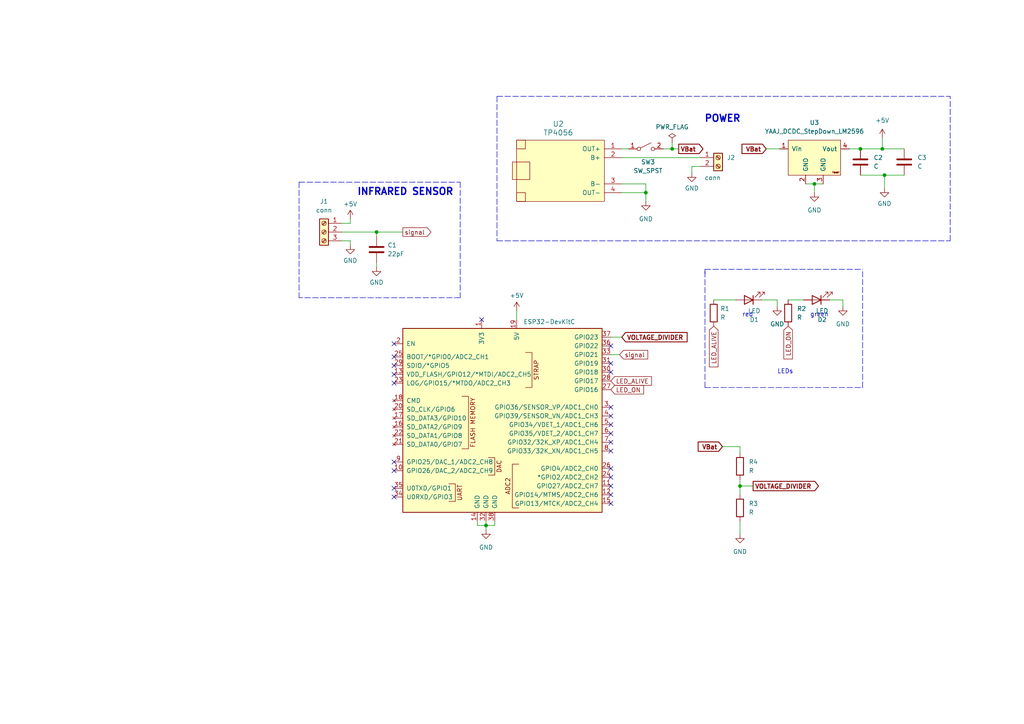
<source format=kicad_sch>
(kicad_sch (version 20230121) (generator eeschema)
  (paper "A4")
  (lib_symbols
    (symbol "Connector:Screw_Terminal_01x02" (pin_names (offset 1.016) hide)
      (property "Reference" "J" (at 0 2.54 0))
      (property "Value" "Screw_Terminal_01x02" (at 0 -5.08 0))
      (symbol "Screw_Terminal_01x02_1_1"
        (rectangle (start -1.27 1.27) (end 1.27 -3.81) (stroke (width 0.254)) (fill (type background)))
        (circle (center 0 -2.54) (radius 0.635) (stroke (width 0.1524)))
        (polyline (pts (xy -0.5334 -2.2098) (xy 0.3302 -3.048)) (stroke (width 0.1524)))
        (polyline (pts (xy -0.5334 0.3302) (xy 0.3302 -0.508)) (stroke (width 0.1524)))
        (polyline (pts (xy -0.3556 -2.032) (xy 0.508 -2.8702)) (stroke (width 0.1524)))
        (polyline (pts (xy -0.3556 0.508) (xy 0.508 -0.3302)) (stroke (width 0.1524)))
        (circle (center 0 0) (radius 0.635) (stroke (width 0.1524)))
        (pin passive line (at -5.08 0 0) (length 3.81) (name "Pin_1") (number "1"))
        (pin passive line (at -5.08 -2.54 0) (length 3.81) (name "Pin_2") (number "2"))
      )
    )
    (symbol "Connector:Screw_Terminal_01x03" (pin_names (offset 1.016) hide)
      (property "Reference" "J" (at 0 5.08 0))
      (property "Value" "Screw_Terminal_01x03" (at 0 -5.08 0))
      (symbol "Screw_Terminal_01x03_1_1"
        (rectangle (start -1.27 3.81) (end 1.27 -3.81) (stroke (width 0.254)) (fill (type background)))
        (circle (center 0 -2.54) (radius 0.635) (stroke (width 0.1524)))
        (polyline (pts (xy -0.5334 -2.2098) (xy 0.3302 -3.048)) (stroke (width 0.1524)))
        (polyline (pts (xy -0.5334 0.3302) (xy 0.3302 -0.508)) (stroke (width 0.1524)))
        (polyline (pts (xy -0.5334 2.8702) (xy 0.3302 2.032)) (stroke (width 0.1524)))
        (polyline (pts (xy -0.3556 -2.032) (xy 0.508 -2.8702)) (stroke (width 0.1524)))
        (polyline (pts (xy -0.3556 0.508) (xy 0.508 -0.3302)) (stroke (width 0.1524)))
        (polyline (pts (xy -0.3556 3.048) (xy 0.508 2.2098)) (stroke (width 0.1524)))
        (circle (center 0 0) (radius 0.635) (stroke (width 0.1524)))
        (circle (center 0 2.54) (radius 0.635) (stroke (width 0.1524)))
        (pin passive line (at -5.08 2.54 0) (length 3.81) (name "Pin_1") (number "1"))
        (pin passive line (at -5.08 0 0) (length 3.81) (name "Pin_2") (number "2"))
        (pin passive line (at -5.08 -2.54 0) (length 3.81) (name "Pin_3") (number "3"))
      )
    )
    (symbol "Device:C" (pin_numbers hide) (pin_names (offset 0.254))
      (property "Reference" "C" (at 0.635 2.54 0))
      (property "Value" "C" (at 0.635 -2.54 0))
      (symbol "C_0_1"
        (polyline (pts (xy -2.032 -0.762) (xy 2.032 -0.762)) (stroke (width 0.508)))
        (polyline (pts (xy -2.032 0.762) (xy 2.032 0.762)) (stroke (width 0.508)))
      )
      (symbol "C_1_1"
        (pin passive line (at 0 3.81 270) (length 2.794) (name "~") (number "1"))
        (pin passive line (at 0 -3.81 90) (length 2.794) (name "~") (number "2"))
      )
    )
    (symbol "Device:LED" (pin_numbers hide) (pin_names (offset 1.016) hide)
      (property "Reference" "D" (at 0 2.54 0))
      (property "Value" "LED" (at 0 -2.54 0))
      (symbol "LED_0_1"
        (polyline (pts (xy -1.27 -1.27) (xy -1.27 1.27)) (stroke (width 0.254)))
        (polyline (pts (xy -1.27 0) (xy 1.27 0)))
        (polyline (pts (xy 1.27 -1.27) (xy 1.27 1.27) (xy -1.27 0) (xy 1.27 -1.27)) (stroke (width 0.254)))
        (polyline (pts (xy -3.048 -0.762) (xy -4.572 -2.286) (xy -3.81 -2.286) (xy -4.572 -2.286) (xy -4.572 -1.524)))
        (polyline (pts (xy -1.778 -0.762) (xy -3.302 -2.286) (xy -2.54 -2.286) (xy -3.302 -2.286) (xy -3.302 -1.524)))
      )
      (symbol "LED_1_1"
        (pin passive line (at -3.81 0 0) (length 2.54) (name "K") (number "1"))
        (pin passive line (at 3.81 0 180) (length 2.54) (name "A") (number "2"))
      )
    )
    (symbol "Device:R" (pin_numbers hide) (pin_names (offset 0))
      (property "Reference" "R" (at 2.032 0 90))
      (property "Value" "R" (at 0 0 90))
      (symbol "R_0_1"
        (rectangle (start -1.016 -2.54) (end 1.016 2.54) (stroke (width 0.254)))
      )
      (symbol "R_1_1"
        (pin passive line (at 0 3.81 270) (length 1.27) (name "~") (number "1"))
        (pin passive line (at 0 -3.81 90) (length 1.27) (name "~") (number "2"))
      )
    )
    (symbol "Espressif:ESP32-DevKitC" (pin_names (offset 1.016))
      (property "Reference" "U" (at -30.48 30.48 0))
      (property "Value" "ESP32-DevKitC" (at -30.48 27.94 0))
      (symbol "ESP32-DevKitC_0_0"
        (text "ADC2" (at 0 -20.32 900) (effects (font (size 1.27 1.27))))
        (text "DAC" (at -2.54 -14.605 900) (effects (font (size 1.27 1.27))))
        (text "FLASH MEMORY" (at -10.16 -1.905 900) (effects (font (size 1.27 1.27))))
        (text "STRAP" (at 8.255 13.335 900) (effects (font (size 1.27 1.27))))
        (text "UART" (at -13.97 -22.225 900) (effects (font (size 1.27 1.27))))
        (pin power_in line (at -8.89 -30.48 90) (length 2.54) (name "GND") (number "14"))
        (pin power_in line (at 2.54 27.94 270) (length 2.54) (name "5V") (number "19"))
      )
      (symbol "ESP32-DevKitC_0_1"
        (rectangle (start -30.48 25.4) (end 27.305 -27.94) (stroke (width 0.254)) (fill (type background)))
        (polyline (pts (xy -17.145 -19.685) (xy -15.24 -19.685) (xy -15.24 -24.765) (xy -17.145 -24.765)))
        (polyline (pts (xy -13.335 5.715) (xy -11.43 5.715) (xy -11.43 -9.525) (xy -13.335 -9.525)))
        (polyline (pts (xy -5.715 -12.065) (xy -3.81 -12.065) (xy -3.81 -17.145) (xy -5.715 -17.145)))
        (polyline (pts (xy 3.175 -13.97) (xy 1.27 -13.97) (xy 1.27 -26.67) (xy 3.175 -26.67)))
        (polyline (pts (xy 5.08 18.415) (xy 6.985 18.415) (xy 6.985 8.255) (xy 5.08 8.255)))
      )
      (symbol "ESP32-DevKitC_1_1"
        (pin power_in line (at -7.62 27.94 270) (length 2.54) (name "3V3") (number "1"))
        (pin bidirectional line (at -33.02 -15.875 0) (length 2.54) (name "GPIO26/DAC_2/ADC2_CH9") (number "10"))
        (pin bidirectional line (at 29.845 -20.32 180) (length 2.54) (name "GPIO27/ADC2_CH7") (number "11"))
        (pin bidirectional line (at 29.845 -22.86 180) (length 2.54) (name "GPIO14/MTMS/ADC2_CH6") (number "12"))
        (pin bidirectional line (at -33.02 12.065 0) (length 2.54) (name "VDD_FLASH/GPIO12/*MTDI/ADC2_CH5") (number "13"))
        (pin bidirectional line (at 29.845 -25.4 180) (length 2.54) (name "GPIO13/MTCK/ADC2_CH4") (number "15"))
        (pin no_connect line (at -33.02 -3.175 0) (length 2.54) (name "SD_DATA2/GPIO9") (number "16"))
        (pin no_connect line (at -33.02 -0.635 0) (length 2.54) (name "SD_DATA3/GPIO10") (number "17"))
        (pin no_connect line (at -33.02 4.445 0) (length 2.54) (name "CMD") (number "18"))
        (pin input line (at -33.02 20.955 0) (length 2.54) (name "EN") (number "2"))
        (pin no_connect line (at -33.02 1.905 0) (length 2.54) (name "SD_CLK/GPIO6") (number "20"))
        (pin no_connect line (at -33.02 -8.255 0) (length 2.54) (name "SD_DATA0/GPIO7") (number "21"))
        (pin no_connect line (at -33.02 -5.715 0) (length 2.54) (name "SD_DATA1/GPIO8") (number "22"))
        (pin bidirectional line (at -33.02 9.525 0) (length 2.54) (name "LOG/GPIO15/*MTDO/ADC2_CH3") (number "23"))
        (pin bidirectional line (at 29.845 -17.78 180) (length 2.54) (name "*GPIO2/ADC2_CH2") (number "24"))
        (pin bidirectional line (at -33.02 17.145 0) (length 2.54) (name "BOOT/*GPIO0/ADC2_CH1") (number "25"))
        (pin bidirectional line (at 29.845 -15.24 180) (length 2.54) (name "GPIO4/ADC2_CH0") (number "26"))
        (pin bidirectional line (at 29.845 7.62 180) (length 2.54) (name "GPIO16") (number "27"))
        (pin bidirectional line (at 29.845 10.16 180) (length 2.54) (name "GPIO17") (number "28"))
        (pin bidirectional line (at -33.02 14.605 0) (length 2.54) (name "SDIO/*GPIO5") (number "29"))
        (pin input line (at 29.845 2.54 180) (length 2.54) (name "GPIO36/SENSOR_VP/ADC1_CH0") (number "3"))
        (pin bidirectional line (at 29.845 12.7 180) (length 2.54) (name "GPIO18") (number "30"))
        (pin bidirectional line (at 29.845 15.24 180) (length 2.54) (name "GPIO19") (number "31"))
        (pin power_in line (at -6.35 -30.48 90) (length 2.54) (name "GND") (number "32"))
        (pin bidirectional line (at 29.845 17.78 180) (length 2.54) (name "GPIO21") (number "33"))
        (pin bidirectional line (at -33.02 -23.495 0) (length 2.54) (name "U0RXD/GPIO3") (number "34"))
        (pin bidirectional line (at -33.02 -20.955 0) (length 2.54) (name "U0TXD/GPIO1") (number "35"))
        (pin bidirectional line (at 29.845 20.32 180) (length 2.54) (name "GPIO22") (number "36"))
        (pin bidirectional line (at 29.845 22.86 180) (length 2.54) (name "GPIO23") (number "37"))
        (pin power_in line (at -3.81 -30.48 90) (length 2.54) (name "GND") (number "38"))
        (pin input line (at 29.845 0 180) (length 2.54) (name "GPIO39/SENSOR_VN/ADC1_CH3") (number "4"))
        (pin input line (at 29.845 -2.54 180) (length 2.54) (name "GPIO34/VDET_1/ADC1_CH6") (number "5"))
        (pin input line (at 29.845 -5.08 180) (length 2.54) (name "GPIO35/VDET_2/ADC1_CH7") (number "6"))
        (pin bidirectional line (at 29.845 -7.62 180) (length 2.54) (name "GPIO32/32K_XP/ADC1_CH4") (number "7"))
        (pin bidirectional line (at 29.845 -10.16 180) (length 2.54) (name "GPIO33/32K_XN/ADC1_CH5") (number "8"))
        (pin bidirectional line (at -33.02 -13.335 0) (length 2.54) (name "GPIO25/DAC_1/ADC2_CH8") (number "9"))
      )
    )
    (symbol "StepDown_LM2596:YAAJ_DCDC_StepDown_LM2596" (pin_names (offset 1.016))
      (property "Reference" "U" (at -5.08 6.35 0))
      (property "Value" "YAAJ_DCDC_StepDown_LM2596" (at 0 11.43 0))
      (symbol "YAAJ_DCDC_StepDown_LM2596_0_1"
        (rectangle (start -7.62 5.08) (end 7.62 -5.08) (fill (type background)))
      )
      (symbol "YAAJ_DCDC_StepDown_LM2596_1_1"
        (text "Y@@V" (at 6.1976 -4.2672 0) (effects (font (size 0.508 0.508))))
        (pin power_in line (at -10.16 2.54 0) (length 2.54) (name "Vin") (number "1"))
        (pin power_in line (at -2.54 -7.62 90) (length 2.54) (name "GND") (number "2"))
        (pin power_in line (at 2.54 -7.62 90) (length 2.54) (name "GND") (number "3"))
        (pin power_out line (at 10.16 2.54 180) (length 2.54) (name "Vout") (number "4"))
      )
    )
    (symbol "Switch:SW_SPST" (pin_names (offset 0) hide)
      (property "Reference" "SW" (at 0 3.175 0))
      (property "Value" "SW_SPST" (at 0 -2.54 0))
      (symbol "SW_SPST_0_0"
        (circle (center -2.032 0) (radius 0.508))
        (polyline (pts (xy -1.524 0.254) (xy 1.524 1.778)))
        (circle (center 2.032 0) (radius 0.508))
      )
      (symbol "SW_SPST_1_1"
        (pin passive line (at -5.08 0 0) (length 2.54) (name "A") (number "1"))
        (pin passive line (at 5.08 0 180) (length 2.54) (name "B") (number "2"))
      )
    )
    (symbol "TP4056:TP4056" (pin_names (offset 1.016))
      (property "Reference" "U" (at -1.27 -7.62 0))
      (property "Value" "TP4056" (at -1.27 -3.81 0))
      (symbol "TP4056_0_1"
        (rectangle (start -10.795 -12.065) (end -13.335 -14.605))
        (rectangle (start -10.795 3.175) (end -13.335 0.635))
        (rectangle (start -9.525 -3.175) (end -14.605 -8.255) (fill (type background)))
        (rectangle (start 12.065 3.175) (end -13.335 -14.605) (fill (type background)))
      )
      (symbol "TP4056_1_1"
        (pin power_out line (at 17.145 0.635 180) (length 5.08) (name "OUT+") (number "1"))
        (pin bidirectional line (at 17.145 -1.905 180) (length 5.08) (name "B+") (number "2"))
        (pin bidirectional line (at 17.145 -9.525 180) (length 5.08) (name "B-") (number "3"))
        (pin power_out line (at 17.145 -12.065 180) (length 5.08) (name "OUT-") (number "4"))
      )
    )
    (symbol "power:+5V" (power) (pin_names (offset 0))
      (property "Value" "+5V" (at 0 3.556 0))
      (symbol "+5V_0_1"
        (polyline (pts (xy -0.762 1.27) (xy 0 2.54)))
        (polyline (pts (xy 0 0) (xy 0 2.54)))
        (polyline (pts (xy 0 2.54) (xy 0.762 1.27)))
      )
      (symbol "+5V_1_1"
        (pin power_in line (at 0 0 90) (length 0) hide (name "+5V") (number "1"))
      )
    )
    (symbol "power:GND" (power) (pin_names (offset 0))
      (property "Value" "GND" (at 0 -3.81 0))
      (symbol "GND_0_1"
        (polyline (pts (xy 0 0) (xy 0 -1.27) (xy 1.27 -1.27) (xy 0 -2.54) (xy -1.27 -1.27) (xy 0 -1.27)))
      )
      (symbol "GND_1_1"
        (pin power_in line (at 0 0 270) (length 0) hide (name "GND") (number "1"))
      )
    )
    (symbol "power:PWR_FLAG" (power) (pin_numbers hide) (pin_names (offset 0) hide)
      (property "Value" "PWR_FLAG" (at 0 3.81 0))
      (symbol "PWR_FLAG_0_0"
        (pin power_out line (at 0 0 90) (length 0) (name "pwr") (number "1"))
      )
      (symbol "PWR_FLAG_0_1"
        (polyline (pts (xy 0 0) (xy 0 1.27) (xy -1.016 1.905) (xy 0 2.54) (xy 1.016 1.905) (xy 0 1.27)))
      )
    )
  )
  (junction (at 214.63 140.97))
  (junction (at 109.22 67.31))
  (junction (at 187.325 55.88))
  (junction (at 140.97 152.4))
  (junction (at 236.22 53.34))
  (junction (at 256.54 50.8))
  (junction (at 249.555 43.18))
  (junction (at 255.905 43.18))
  (junction (at 194.945 43.18))
  (no_connect (at 177.165 140.97))
  (no_connect (at 177.165 100.33))
  (no_connect (at 114.3 141.605))
  (no_connect (at 114.3 144.145))
  (no_connect (at 114.3 108.585))
  (no_connect (at 177.165 105.41))
  (no_connect (at 177.165 138.43))
  (no_connect (at 177.165 143.51))
  (no_connect (at 114.3 103.505))
  (no_connect (at 177.165 128.27))
  (no_connect (at 177.165 118.11))
  (no_connect (at 177.165 120.65))
  (no_connect (at 114.3 111.125))
  (no_connect (at 177.165 123.19))
  (no_connect (at 177.165 125.73))
  (no_connect (at 114.3 136.525))
  (no_connect (at 114.3 99.695))
  (no_connect (at 139.7 92.71))
  (no_connect (at 177.165 107.95))
  (no_connect (at 114.3 106.045))
  (no_connect (at 177.165 130.81))
  (no_connect (at 114.3 133.985))
  (no_connect (at 177.165 135.89))
  (no_connect (at 177.165 146.05))
  (wire (pts (xy 240.665 86.995) (xy 244.475 86.995)))
  (polyline (pts (xy 86.741 52.832) (xy 86.741 86.36)) (stroke (width 0) (type dash)))
  (wire (pts (xy 244.475 86.995) (xy 244.475 88.9)))
  (wire (pts (xy 228.6 86.995) (xy 233.045 86.995)))
  (wire (pts (xy 180.34 43.18) (xy 182.245 43.18)))
  (wire (pts (xy 101.6 69.85) (xy 99.06 69.85)))
  (polyline (pts (xy 144.145 69.85) (xy 275.59 69.85)) (stroke (width 0) (type dash)))
  (wire (pts (xy 177.165 102.87) (xy 179.705 102.87)))
  (polyline (pts (xy 86.741 52.832) (xy 133.477 52.832)) (stroke (width 0) (type dash)))
  (wire (pts (xy 101.6 64.77) (xy 99.06 64.77)))
  (polyline (pts (xy 133.477 52.832) (xy 133.477 86.36)) (stroke (width 0) (type dash)))
  (wire (pts (xy 236.22 53.34) (xy 238.76 53.34)))
  (wire (pts (xy 140.97 152.4) (xy 143.51 152.4)))
  (polyline (pts (xy 204.47 78.74) (xy 204.47 112.395)) (stroke (width 0) (type dash)))
  (wire (pts (xy 194.945 43.18) (xy 196.85 43.18)))
  (wire (pts (xy 214.63 140.97) (xy 214.63 143.51)))
  (wire (pts (xy 249.555 43.18) (xy 255.905 43.18)))
  (wire (pts (xy 256.54 50.8) (xy 256.54 54.61)))
  (wire (pts (xy 200.66 50.165) (xy 200.66 48.26)))
  (wire (pts (xy 255.905 40.005) (xy 255.905 43.18)))
  (wire (pts (xy 209.55 129.54) (xy 214.63 129.54)))
  (wire (pts (xy 109.22 67.31) (xy 116.84 67.31)))
  (wire (pts (xy 214.63 151.13) (xy 214.63 154.94)))
  (wire (pts (xy 194.945 41.275) (xy 194.945 43.18)))
  (wire (pts (xy 109.22 76.2) (xy 109.22 77.47)))
  (wire (pts (xy 101.6 71.12) (xy 101.6 69.85)))
  (wire (pts (xy 214.63 139.065) (xy 214.63 140.97)))
  (polyline (pts (xy 204.47 78.105) (xy 250.19 78.105)) (stroke (width 0) (type dash)))
  (wire (pts (xy 180.34 55.88) (xy 187.325 55.88)))
  (wire (pts (xy 101.6 63.5) (xy 101.6 64.77)))
  (wire (pts (xy 236.22 53.34) (xy 236.22 55.88)))
  (wire (pts (xy 140.97 152.4) (xy 140.97 151.13)))
  (polyline (pts (xy 204.47 78.105) (xy 204.47 79.375)) (stroke (width 0) (type dash)))
  (wire (pts (xy 143.51 152.4) (xy 143.51 151.13)))
  (wire (pts (xy 180.34 45.72) (xy 203.2 45.72)))
  (polyline (pts (xy 250.19 112.395) (xy 250.19 78.105)) (stroke (width 0) (type dash)))
  (wire (pts (xy 109.22 68.58) (xy 109.22 67.31)))
  (wire (pts (xy 140.97 152.4) (xy 140.97 153.67)))
  (wire (pts (xy 177.165 97.79) (xy 180.34 97.79)))
  (wire (pts (xy 138.43 152.4) (xy 140.97 152.4)))
  (wire (pts (xy 255.905 43.18) (xy 262.255 43.18)))
  (polyline (pts (xy 144.145 27.94) (xy 144.145 69.85)) (stroke (width 0) (type dash)))
  (wire (pts (xy 200.66 48.26) (xy 203.2 48.26)))
  (wire (pts (xy 149.86 90.17) (xy 149.86 92.71)))
  (wire (pts (xy 187.325 53.34) (xy 187.325 55.88)))
  (wire (pts (xy 246.38 43.18) (xy 249.555 43.18)))
  (wire (pts (xy 225.425 86.995) (xy 225.425 88.9)))
  (wire (pts (xy 222.25 43.18) (xy 226.06 43.18)))
  (wire (pts (xy 256.54 50.8) (xy 262.255 50.8)))
  (wire (pts (xy 220.98 86.995) (xy 225.425 86.995)))
  (polyline (pts (xy 204.47 112.395) (xy 250.19 112.395)) (stroke (width 0) (type dash)))
  (wire (pts (xy 138.43 151.13) (xy 138.43 152.4)))
  (wire (pts (xy 187.325 55.88) (xy 187.325 58.42)))
  (polyline (pts (xy 275.59 69.85) (xy 275.59 27.94)) (stroke (width 0) (type dash)))
  (wire (pts (xy 214.63 129.54) (xy 214.63 131.445)))
  (wire (pts (xy 187.325 53.34) (xy 180.34 53.34)))
  (wire (pts (xy 109.22 67.31) (xy 99.06 67.31)))
  (polyline (pts (xy 133.477 86.36) (xy 86.741 86.36)) (stroke (width 0) (type dash)))
  (wire (pts (xy 192.405 43.18) (xy 194.945 43.18)))
  (wire (pts (xy 249.555 50.8) (xy 256.54 50.8)))
  (polyline (pts (xy 144.145 27.94) (xy 275.59 27.94)) (stroke (width 0) (type dash)))
  (wire (pts (xy 233.68 53.34) (xy 236.22 53.34)))
  (wire (pts (xy 207.01 86.995) (xy 213.36 86.995)))
  (wire (pts (xy 214.63 140.97) (xy 218.44 140.97)))
  (text "INFRARED SENSOR" (at 103.505 56.896 0) (effects (font (size 2 2) (thickness 0.4) bold) (justify left bottom)))
  (text "LEDs" (at 225.425 108.585 0) (effects (font (size 1.27 1.27)) (justify left bottom)))
  (text "red\n" (at 215.265 92.075 0) (effects (font (size 1.27 1.27)) (justify left bottom)))
  (text "POWER" (at 204.216 35.687 0) (effects (font (size 2 2) (thickness 0.4) bold) (justify left bottom)))
  (text "green" (at 234.95 92.075 0) (effects (font (size 1.27 1.27)) (justify left bottom)))
  (global_label "signal" (shape input) (at 179.705 102.87 0) (property "Intersheetrefs" "${INTERSHEET_REFS}" (effects hide)))
  (global_label "VBat" (shape input) (at 209.55 129.54 180) (effects (font bold)) (property "Intersheetrefs" "${INTERSHEET_REFS}" (effects hide)))
  (global_label "VBat" (shape input) (at 222.25 43.18 180) (effects (font bold)) (property "Intersheetrefs" "${INTERSHEET_REFS}" (effects hide)))
  (global_label "VBat" (shape output) (at 196.85 43.18 0) (effects (font bold)) (property "Intersheetrefs" "${INTERSHEET_REFS}" (effects hide)))
  (global_label "VOLTAGE_DIVIDER" (shape input) (at 180.34 97.79 0) (effects (font bold)) (property "Intersheetrefs" "${INTERSHEET_REFS}" (effects hide)))
  (global_label "LED_ON" (shape input) (at 228.6 94.615 270) (property "Intersheetrefs" "${INTERSHEET_REFS}" (effects hide)))
  (global_label "signal" (shape output) (at 116.84 67.31 0) (property "Intersheetrefs" "${INTERSHEET_REFS}" (effects hide)))
  (global_label "LED_ON" (shape input) (at 177.165 113.03 0) (property "Intersheetrefs" "${INTERSHEET_REFS}" (effects hide)))
  (global_label "LED_ALIVE" (shape input) (at 177.165 110.49 0) (property "Intersheetrefs" "${INTERSHEET_REFS}" (effects hide)))
  (global_label "VOLTAGE_DIVIDER" (shape output) (at 218.44 140.97 0) (effects (font bold)) (property "Intersheetrefs" "${INTERSHEET_REFS}" (effects hide)))
  (global_label "LED_ALIVE" (shape input) (at 207.01 94.615 270) (property "Intersheetrefs" "${INTERSHEET_REFS}" (effects hide)))
  (symbol (lib_id "power:GND") (at 244.475 88.9 0) (mirror y) (unit 1)
    (property "Reference" "#PWR09" (effects hide))
    (property "Value" "GND" (at 244.475 93.98 0))
  )
  (symbol (lib_id "power:GND") (at 109.22 77.47 0) (unit 1)
    (property "Reference" "#PWR03" (effects hide))
    (property "Value" "GND" (at 109.22 81.915 0))
  )
  (symbol (lib_id "Device:C") (at 249.555 46.99 0) (unit 1)
    (property "Reference" "C2" (at 253.365 45.72 0) (effects (justify left)))
    (property "Value" "C" (at 253.365 48.26 0) (effects (justify left)))
    (property "Footprint" "Capacitor_THT:C_Disc_D3.0mm_W1.6mm_P2.50mm" (effects hide))
  )
  (symbol (lib_id "power:+5V") (at 149.86 90.17 0) (unit 1)
    (property "Reference" "#PWR010" (effects hide))
    (property "Value" "+5V" (at 149.86 85.725 0))
  )
  (symbol (lib_id "power:GND") (at 101.6 71.12 0) (mirror y) (unit 1)
    (property "Reference" "#PWR02" (effects hide))
    (property "Value" "GND" (at 101.6 75.565 0))
  )
  (symbol (lib_id "Device:R") (at 214.63 135.255 180) (unit 1)
    (property "Reference" "R4" (at 217.17 133.985 0) (effects (justify right)))
    (property "Value" "R" (at 217.17 136.525 0) (effects (justify right)))
    (property "Footprint" "Resistor_THT:R_Axial_DIN0207_L6.3mm_D2.5mm_P10.16mm_Horizontal" (effects hide))
  )
  (symbol (lib_id "Device:LED") (at 236.855 86.995 180) (unit 1)
    (property "Reference" "D2" (at 238.4425 92.71 0))
    (property "Value" "LED" (at 238.4425 90.17 0))
    (property "Footprint" "LED_THT:LED_D3.0mm" (effects hide))
  )
  (symbol (lib_id "Connector:Screw_Terminal_01x03") (at 93.98 67.31 0) (mirror y) (unit 1)
    (property "Reference" "J1" (at 93.98 58.42 0))
    (property "Value" "conn" (at 93.98 60.96 0))
    (property "Footprint" "TerminalBlock:TerminalBlock_bornier-3_P5.08mm" (effects hide))
  )
  (symbol (lib_id "Device:C") (at 109.22 72.39 0) (unit 1)
    (property "Reference" "C1" (at 112.395 71.12 0) (effects (justify left)))
    (property "Value" "22pF" (at 112.395 73.66 0) (effects (justify left)))
    (property "Footprint" "Capacitor_THT:C_Disc_D3.0mm_W1.6mm_P2.50mm" (effects hide))
  )
  (symbol (lib_id "StepDown_LM2596:YAAJ_DCDC_StepDown_LM2596") (at 236.22 45.72 0) (unit 1)
    (property "Reference" "U3" (at 236.22 35.56 0))
    (property "Value" "YAAJ_DCDC_StepDown_LM2596" (at 236.22 38.1 0))
    (property "Footprint" "StepDown:StepDown_LM2596" (effects hide))
  )
  (symbol (lib_id "Switch:SW_SPST") (at 187.325 43.18 0) (unit 1)
    (property "Reference" "SW3" (at 187.96 46.99 0))
    (property "Value" "SW_SPST" (at 187.96 49.53 0))
    (property "Footprint" "TerminalBlock:TerminalBlock_bornier-2_P5.08mm" (effects hide))
  )
  (symbol (lib_id "Device:R") (at 214.63 147.32 180) (unit 1)
    (property "Reference" "R3" (at 217.17 146.05 0) (effects (justify right)))
    (property "Value" "R" (at 217.17 148.59 0) (effects (justify right)))
    (property "Footprint" "Resistor_THT:R_Axial_DIN0207_L6.3mm_D2.5mm_P10.16mm_Horizontal" (effects hide))
  )
  (symbol (lib_id "power:+5V") (at 101.6 63.5 0) (unit 1)
    (property "Reference" "#PWR01" (effects hide))
    (property "Value" "+5V" (at 101.6 59.182 0))
  )
  (symbol (lib_id "power:GND") (at 187.325 58.42 0) (unit 1)
    (property "Reference" "#PWR06" (effects hide))
    (property "Value" "GND" (at 187.325 63.5 0))
  )
  (symbol (lib_id "power:GND") (at 140.97 153.67 0) (unit 1)
    (property "Reference" "#PWR07" (effects hide))
    (property "Value" "GND" (at 140.97 158.75 0))
  )
  (symbol (lib_id "power:GND") (at 200.66 50.165 0) (mirror y) (unit 1)
    (property "Reference" "#PWR04" (effects hide))
    (property "Value" "GND" (at 200.66 54.61 0))
  )
  (symbol (lib_id "Device:LED") (at 217.17 86.995 180) (unit 1)
    (property "Reference" "D1" (at 218.7575 92.71 0))
    (property "Value" "LED" (at 218.7575 90.17 0))
    (property "Footprint" "LED_THT:LED_D3.0mm" (effects hide))
  )
  (symbol (lib_id "Device:R") (at 207.01 90.805 0) (unit 1)
    (property "Reference" "R1" (at 208.915 89.535 0) (effects (justify left)))
    (property "Value" "R" (at 208.915 92.075 0) (effects (justify left)))
    (property "Footprint" "Resistor_THT:R_Axial_DIN0207_L6.3mm_D2.5mm_P10.16mm_Horizontal" (effects hide))
  )
  (symbol (lib_id "Device:C") (at 262.255 46.99 0) (unit 1)
    (property "Reference" "C3" (at 266.065 45.72 0) (effects (justify left)))
    (property "Value" "C" (at 266.065 48.26 0) (effects (justify left)))
    (property "Footprint" "Capacitor_THT:C_Disc_D3.0mm_W1.6mm_P2.50mm" (effects hide))
  )
  (symbol (lib_id "TP4056:TP4056") (at 163.195 43.815 0) (unit 1)
    (property "Reference" "U2" (at 161.925 35.941 0) (effects (font (size 1.524 1.524))))
    (property "Value" "TP4056" (at 161.925 38.481 0) (effects (font (size 1.524 1.524))))
    (property "Footprint" "Battery_charger:TP4056" (effects hide))
  )
  (symbol (lib_id "power:GND") (at 225.425 88.9 0) (unit 1)
    (property "Reference" "#PWR08" (effects hide))
    (property "Value" "GND" (at 225.425 93.98 0))
  )
  (symbol (lib_id "power:PWR_FLAG") (at 194.945 41.275 0) (unit 1)
    (property "Reference" "#FLG01" (effects hide))
    (property "Value" "PWR_FLAG" (at 194.945 36.83 0))
  )
  (symbol (lib_id "power:GND") (at 214.63 154.94 0) (unit 1)
    (property "Reference" "#PWR011" (effects hide))
    (property "Value" "GND" (at 214.63 160.02 0))
  )
  (symbol (lib_id "Connector:Screw_Terminal_01x02") (at 208.28 45.72 0) (unit 1)
    (property "Reference" "J2" (at 210.82 45.72 0) (effects (justify left)))
    (property "Value" "conn" (at 204.343 51.562 0) (effects (justify left)))
    (property "Footprint" "TerminalBlock:TerminalBlock_bornier-2_P5.08mm" (effects hide))
  )
  (symbol (lib_id "Device:R") (at 228.6 90.805 0) (unit 1)
    (property "Reference" "R2" (at 231.14 89.535 0) (effects (justify left)))
    (property "Value" "R" (at 231.14 92.075 0) (effects (justify left)))
    (property "Footprint" "Resistor_THT:R_Axial_DIN0207_L6.3mm_D2.5mm_P10.16mm_Horizontal" (effects hide))
  )
  (symbol (lib_id "power:GND") (at 256.54 54.61 0) (unit 1)
    (property "Reference" "#PWR013" (effects hide))
    (property "Value" "GND" (at 256.54 59.055 0))
  )
  (symbol (lib_id "power:GND") (at 236.22 55.88 0) (unit 1)
    (property "Reference" "#PWR012" (effects hide))
    (property "Value" "GND" (at 236.22 60.96 0))
  )
  (symbol (lib_id "Espressif:ESP32-DevKitC") (at 147.32 120.65 0) (unit 1)
    (property "Reference" "U1" (effects hide))
    (property "Value" "ESP32-DevKitC" (at 151.8159 93.345 0) (effects (justify left)))
    (property "Footprint" "Espressif:ESP32-DevKitC" (effects hide))
    (property "Datasheet" "https://docs.espressif.com/projects/esp-idf/zh_CN/latest/esp32/hw-reference/esp32/get-started-devkitc.html" (effects hide))
  )
  (symbol (lib_id "power:+5V") (at 255.905 40.005 0) (unit 1)
    (property "Reference" "#PWR05" (effects hide))
    (property "Value" "+5V" (at 255.905 34.925 0))
  )
)
</source>
